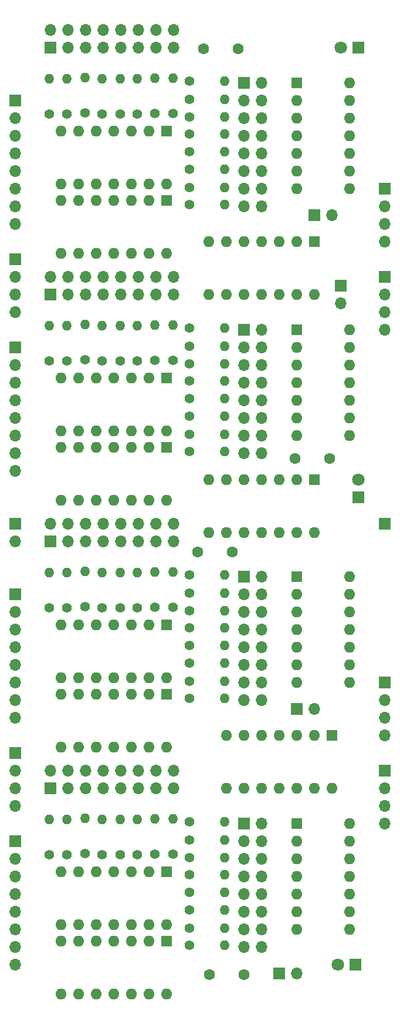
<source format=gbr>
%TF.GenerationSoftware,KiCad,Pcbnew,(6.0.11)*%
%TF.CreationDate,2023-02-25T23:46:13+01:00*%
%TF.ProjectId,mem-decoder,6d656d2d-6465-4636-9f64-65722e6b6963,rev?*%
%TF.SameCoordinates,Original*%
%TF.FileFunction,Soldermask,Bot*%
%TF.FilePolarity,Negative*%
%FSLAX46Y46*%
G04 Gerber Fmt 4.6, Leading zero omitted, Abs format (unit mm)*
G04 Created by KiCad (PCBNEW (6.0.11)) date 2023-02-25 23:46:13*
%MOMM*%
%LPD*%
G01*
G04 APERTURE LIST*
%ADD10R,1.700000X1.700000*%
%ADD11O,1.700000X1.700000*%
%ADD12C,1.600000*%
%ADD13R,1.800000X1.800000*%
%ADD14C,1.800000*%
%ADD15R,1.600000X1.600000*%
%ADD16O,1.600000X1.600000*%
%ADD17C,1.400000*%
%ADD18O,1.400000X1.400000*%
G04 APERTURE END LIST*
D10*
%TO.C,J4*%
X119380000Y-163830000D03*
D11*
X121920000Y-163830000D03*
%TD*%
D10*
%TO.C,J3*%
X121920000Y-125730000D03*
D11*
X124460000Y-125730000D03*
%TD*%
D10*
%TO.C,J2*%
X128270000Y-64770000D03*
D11*
X128270000Y-67310000D03*
%TD*%
D10*
%TO.C,J1*%
X124460000Y-54610000D03*
D11*
X127000000Y-54610000D03*
%TD*%
D12*
%TO.C,C4*%
X112609000Y-103124000D03*
X107609000Y-103124000D03*
%TD*%
%TO.C,C3*%
X121619000Y-89662000D03*
X126619000Y-89662000D03*
%TD*%
%TO.C,C2*%
X108458000Y-30607000D03*
X113458000Y-30607000D03*
%TD*%
%TO.C,C1*%
X109260000Y-163957000D03*
X114260000Y-163957000D03*
%TD*%
D13*
%TO.C,D3*%
X130810000Y-30480000D03*
D14*
X128270000Y-30480000D03*
%TD*%
D13*
%TO.C,D2*%
X130370000Y-162560000D03*
D14*
X127830000Y-162560000D03*
%TD*%
D13*
%TO.C,D1*%
X130810000Y-95250000D03*
D14*
X130810000Y-92710000D03*
%TD*%
D11*
%TO.C,J6*%
X81280000Y-101600000D03*
D10*
X81280000Y-99060000D03*
%TD*%
%TO.C,J5*%
X134620000Y-99060000D03*
%TD*%
%TO.C,J~{w}in1*%
X81280000Y-60960000D03*
D11*
X81280000Y-63500000D03*
X81280000Y-66040000D03*
X81280000Y-68580000D03*
%TD*%
D10*
%TO.C,J~{e}in1*%
X81280000Y-132080000D03*
D11*
X81280000Y-134620000D03*
X81280000Y-137160000D03*
X81280000Y-139700000D03*
%TD*%
D15*
%TO.C,U1*%
X124465000Y-92720000D03*
D16*
X121925000Y-92720000D03*
X119385000Y-92720000D03*
X116845000Y-92720000D03*
X114305000Y-92720000D03*
X111765000Y-92720000D03*
X109225000Y-92720000D03*
X109225000Y-100340000D03*
X111765000Y-100340000D03*
X114305000Y-100340000D03*
X116845000Y-100340000D03*
X119385000Y-100340000D03*
X121925000Y-100340000D03*
X124465000Y-100340000D03*
%TD*%
D15*
%TO.C,U3*%
X124460000Y-58420000D03*
D16*
X121920000Y-58420000D03*
X119380000Y-58420000D03*
X116840000Y-58420000D03*
X114300000Y-58420000D03*
X111760000Y-58420000D03*
X109220000Y-58420000D03*
X109220000Y-66040000D03*
X111760000Y-66040000D03*
X114300000Y-66040000D03*
X116840000Y-66040000D03*
X119380000Y-66040000D03*
X121920000Y-66040000D03*
X124460000Y-66040000D03*
%TD*%
D15*
%TO.C,U2*%
X127000000Y-129540000D03*
D16*
X124460000Y-129540000D03*
X121920000Y-129540000D03*
X119380000Y-129540000D03*
X116840000Y-129540000D03*
X114300000Y-129540000D03*
X111760000Y-129540000D03*
X111760000Y-137160000D03*
X114300000Y-137160000D03*
X116840000Y-137160000D03*
X119380000Y-137160000D03*
X121920000Y-137160000D03*
X124460000Y-137160000D03*
X127000000Y-137160000D03*
%TD*%
D10*
%TO.C,J~{w}out1*%
X134620000Y-50800000D03*
D11*
X134620000Y-53340000D03*
X134620000Y-55880000D03*
X134620000Y-58420000D03*
%TD*%
D10*
%TO.C,J~{w}in2*%
X134620000Y-63500000D03*
D11*
X134620000Y-66040000D03*
X134620000Y-68580000D03*
X134620000Y-71120000D03*
%TD*%
%TO.C,J~{e}out1*%
X134620000Y-129540000D03*
X134620000Y-127000000D03*
X134620000Y-124460000D03*
D10*
X134620000Y-121920000D03*
%TD*%
D11*
%TO.C,J~{e}in2*%
X134620000Y-142240000D03*
X134620000Y-139700000D03*
X134620000Y-137160000D03*
D10*
X134620000Y-134620000D03*
%TD*%
D15*
%TO.C,U15*%
X121920000Y-142240000D03*
D16*
X121920000Y-144780000D03*
X121920000Y-147320000D03*
X121920000Y-149860000D03*
X121920000Y-152400000D03*
X121920000Y-154940000D03*
X121920000Y-157480000D03*
X129540000Y-157480000D03*
X129540000Y-154940000D03*
X129540000Y-152400000D03*
X129540000Y-149860000D03*
X129540000Y-147320000D03*
X129540000Y-144780000D03*
X129540000Y-142240000D03*
%TD*%
D15*
%TO.C,U14*%
X103075000Y-159170000D03*
D16*
X100535000Y-159170000D03*
X97995000Y-159170000D03*
X95455000Y-159170000D03*
X92915000Y-159170000D03*
X90375000Y-159170000D03*
X87835000Y-159170000D03*
X87835000Y-166790000D03*
X90375000Y-166790000D03*
X92915000Y-166790000D03*
X95455000Y-166790000D03*
X97995000Y-166790000D03*
X100535000Y-166790000D03*
X103075000Y-166790000D03*
%TD*%
D15*
%TO.C,U13*%
X103100000Y-149170000D03*
D16*
X100560000Y-149170000D03*
X98020000Y-149170000D03*
X95480000Y-149170000D03*
X92940000Y-149170000D03*
X90400000Y-149170000D03*
X87860000Y-149170000D03*
X87860000Y-156790000D03*
X90400000Y-156790000D03*
X92940000Y-156790000D03*
X95480000Y-156790000D03*
X98020000Y-156790000D03*
X100560000Y-156790000D03*
X103100000Y-156790000D03*
%TD*%
%TO.C,U12*%
X129540000Y-106680000D03*
X129540000Y-109220000D03*
X129540000Y-111760000D03*
X129540000Y-114300000D03*
X129540000Y-116840000D03*
X129540000Y-119380000D03*
X129540000Y-121920000D03*
X121920000Y-121920000D03*
X121920000Y-119380000D03*
X121920000Y-116840000D03*
X121920000Y-114300000D03*
X121920000Y-111760000D03*
X121920000Y-109220000D03*
D15*
X121920000Y-106680000D03*
%TD*%
D16*
%TO.C,U11*%
X103075000Y-131230000D03*
X100535000Y-131230000D03*
X97995000Y-131230000D03*
X95455000Y-131230000D03*
X92915000Y-131230000D03*
X90375000Y-131230000D03*
X87835000Y-131230000D03*
X87835000Y-123610000D03*
X90375000Y-123610000D03*
X92915000Y-123610000D03*
X95455000Y-123610000D03*
X97995000Y-123610000D03*
X100535000Y-123610000D03*
D15*
X103075000Y-123610000D03*
%TD*%
D16*
%TO.C,U10*%
X103100000Y-121230000D03*
X100560000Y-121230000D03*
X98020000Y-121230000D03*
X95480000Y-121230000D03*
X92940000Y-121230000D03*
X90400000Y-121230000D03*
X87860000Y-121230000D03*
X87860000Y-113610000D03*
X90400000Y-113610000D03*
X92940000Y-113610000D03*
X95480000Y-113610000D03*
X98020000Y-113610000D03*
X100560000Y-113610000D03*
D15*
X103100000Y-113610000D03*
%TD*%
%TO.C,U9*%
X121920000Y-71120000D03*
D16*
X121920000Y-73660000D03*
X121920000Y-76200000D03*
X121920000Y-78740000D03*
X121920000Y-81280000D03*
X121920000Y-83820000D03*
X121920000Y-86360000D03*
X129540000Y-86360000D03*
X129540000Y-83820000D03*
X129540000Y-81280000D03*
X129540000Y-78740000D03*
X129540000Y-76200000D03*
X129540000Y-73660000D03*
X129540000Y-71120000D03*
%TD*%
D15*
%TO.C,U8*%
X103075000Y-88050000D03*
D16*
X100535000Y-88050000D03*
X97995000Y-88050000D03*
X95455000Y-88050000D03*
X92915000Y-88050000D03*
X90375000Y-88050000D03*
X87835000Y-88050000D03*
X87835000Y-95670000D03*
X90375000Y-95670000D03*
X92915000Y-95670000D03*
X95455000Y-95670000D03*
X97995000Y-95670000D03*
X100535000Y-95670000D03*
X103075000Y-95670000D03*
%TD*%
D15*
%TO.C,U7*%
X103100000Y-78050000D03*
D16*
X100560000Y-78050000D03*
X98020000Y-78050000D03*
X95480000Y-78050000D03*
X92940000Y-78050000D03*
X90400000Y-78050000D03*
X87860000Y-78050000D03*
X87860000Y-85670000D03*
X90400000Y-85670000D03*
X92940000Y-85670000D03*
X95480000Y-85670000D03*
X98020000Y-85670000D03*
X100560000Y-85670000D03*
X103100000Y-85670000D03*
%TD*%
D17*
%TO.C,R64*%
X86200000Y-146710000D03*
D18*
X86200000Y-141630000D03*
%TD*%
D17*
%TO.C,R63*%
X88700000Y-146710000D03*
D18*
X88700000Y-141630000D03*
%TD*%
D17*
%TO.C,R62*%
X106360000Y-159770000D03*
D18*
X111440000Y-159770000D03*
%TD*%
D17*
%TO.C,R61*%
X106360000Y-157270000D03*
D18*
X111440000Y-157270000D03*
%TD*%
D17*
%TO.C,R60*%
X106360000Y-154670000D03*
D18*
X111440000Y-154670000D03*
%TD*%
D17*
%TO.C,R59*%
X106360000Y-152170000D03*
D18*
X111440000Y-152170000D03*
%TD*%
D17*
%TO.C,R58*%
X106360000Y-149570000D03*
D18*
X111440000Y-149570000D03*
%TD*%
D17*
%TO.C,R57*%
X106360000Y-147170000D03*
D18*
X111440000Y-147170000D03*
%TD*%
D17*
%TO.C,R56*%
X106360000Y-144570000D03*
D18*
X111440000Y-144570000D03*
%TD*%
D17*
%TO.C,R55*%
X106360000Y-141970000D03*
D18*
X111440000Y-141970000D03*
%TD*%
D17*
%TO.C,R54*%
X91300000Y-146510000D03*
D18*
X91300000Y-141430000D03*
%TD*%
D17*
%TO.C,R53*%
X93800000Y-146710000D03*
D18*
X93800000Y-141630000D03*
%TD*%
D17*
%TO.C,R52*%
X96400000Y-146710000D03*
D18*
X96400000Y-141630000D03*
%TD*%
D17*
%TO.C,R51*%
X98900000Y-146710000D03*
D18*
X98900000Y-141630000D03*
%TD*%
D17*
%TO.C,R50*%
X101400000Y-146650000D03*
D18*
X101400000Y-141570000D03*
%TD*%
D17*
%TO.C,R49*%
X104000000Y-146650000D03*
D18*
X104000000Y-141570000D03*
%TD*%
%TO.C,R48*%
X86200000Y-106070000D03*
D17*
X86200000Y-111150000D03*
%TD*%
D18*
%TO.C,R47*%
X88700000Y-106070000D03*
D17*
X88700000Y-111150000D03*
%TD*%
D18*
%TO.C,R46*%
X111440000Y-124210000D03*
D17*
X106360000Y-124210000D03*
%TD*%
D18*
%TO.C,R45*%
X111440000Y-121710000D03*
D17*
X106360000Y-121710000D03*
%TD*%
D18*
%TO.C,R44*%
X111440000Y-119110000D03*
D17*
X106360000Y-119110000D03*
%TD*%
D18*
%TO.C,R43*%
X111440000Y-116610000D03*
D17*
X106360000Y-116610000D03*
%TD*%
D18*
%TO.C,R42*%
X111440000Y-114010000D03*
D17*
X106360000Y-114010000D03*
%TD*%
D18*
%TO.C,R41*%
X111440000Y-111610000D03*
D17*
X106360000Y-111610000D03*
%TD*%
D18*
%TO.C,R40*%
X111440000Y-109010000D03*
D17*
X106360000Y-109010000D03*
%TD*%
D18*
%TO.C,R39*%
X111440000Y-106410000D03*
D17*
X106360000Y-106410000D03*
%TD*%
D18*
%TO.C,R38*%
X91300000Y-105870000D03*
D17*
X91300000Y-110950000D03*
%TD*%
D18*
%TO.C,R37*%
X93800000Y-106070000D03*
D17*
X93800000Y-111150000D03*
%TD*%
D18*
%TO.C,R36*%
X96400000Y-106070000D03*
D17*
X96400000Y-111150000D03*
%TD*%
D18*
%TO.C,R35*%
X98900000Y-106070000D03*
D17*
X98900000Y-111150000D03*
%TD*%
D18*
%TO.C,R34*%
X101400000Y-106010000D03*
D17*
X101400000Y-111090000D03*
%TD*%
D18*
%TO.C,R33*%
X104000000Y-106010000D03*
D17*
X104000000Y-111090000D03*
%TD*%
%TO.C,R32*%
X86200000Y-75590000D03*
D18*
X86200000Y-70510000D03*
%TD*%
D17*
%TO.C,R31*%
X88700000Y-75590000D03*
D18*
X88700000Y-70510000D03*
%TD*%
D17*
%TO.C,R30*%
X106360000Y-88650000D03*
D18*
X111440000Y-88650000D03*
%TD*%
D17*
%TO.C,R29*%
X106360000Y-86150000D03*
D18*
X111440000Y-86150000D03*
%TD*%
D17*
%TO.C,R28*%
X106360000Y-83550000D03*
D18*
X111440000Y-83550000D03*
%TD*%
D17*
%TO.C,R27*%
X106360000Y-81050000D03*
D18*
X111440000Y-81050000D03*
%TD*%
D17*
%TO.C,R26*%
X106360000Y-78450000D03*
D18*
X111440000Y-78450000D03*
%TD*%
D17*
%TO.C,R25*%
X106360000Y-76050000D03*
D18*
X111440000Y-76050000D03*
%TD*%
D17*
%TO.C,R24*%
X106360000Y-73450000D03*
D18*
X111440000Y-73450000D03*
%TD*%
D17*
%TO.C,R23*%
X106360000Y-70850000D03*
D18*
X111440000Y-70850000D03*
%TD*%
D17*
%TO.C,R22*%
X91300000Y-75390000D03*
D18*
X91300000Y-70310000D03*
%TD*%
D17*
%TO.C,R21*%
X93800000Y-75590000D03*
D18*
X93800000Y-70510000D03*
%TD*%
D17*
%TO.C,R20*%
X96400000Y-75590000D03*
D18*
X96400000Y-70510000D03*
%TD*%
D17*
%TO.C,R19*%
X98900000Y-75590000D03*
D18*
X98900000Y-70510000D03*
%TD*%
D17*
%TO.C,R18*%
X101400000Y-75530000D03*
D18*
X101400000Y-70450000D03*
%TD*%
D17*
%TO.C,R17*%
X104000000Y-75530000D03*
D18*
X104000000Y-70450000D03*
%TD*%
D10*
%TO.C,Jmsk4*%
X114300000Y-142240000D03*
D11*
X116840000Y-142240000D03*
X114300000Y-144780000D03*
X116840000Y-144780000D03*
X114300000Y-147320000D03*
X116840000Y-147320000D03*
X114300000Y-149860000D03*
X116840000Y-149860000D03*
X114300000Y-152400000D03*
X116840000Y-152400000D03*
X114300000Y-154940000D03*
X116840000Y-154940000D03*
X114300000Y-157480000D03*
X116840000Y-157480000D03*
X114300000Y-160020000D03*
X116840000Y-160020000D03*
%TD*%
%TO.C,Jmsk3*%
X116840000Y-124460000D03*
X114300000Y-124460000D03*
X116840000Y-121920000D03*
X114300000Y-121920000D03*
X116840000Y-119380000D03*
X114300000Y-119380000D03*
X116840000Y-116840000D03*
X114300000Y-116840000D03*
X116840000Y-114300000D03*
X114300000Y-114300000D03*
X116840000Y-111760000D03*
X114300000Y-111760000D03*
X116840000Y-109220000D03*
X114300000Y-109220000D03*
X116840000Y-106680000D03*
D10*
X114300000Y-106680000D03*
%TD*%
%TO.C,Jmsk2*%
X114300000Y-71120000D03*
D11*
X116840000Y-71120000D03*
X114300000Y-73660000D03*
X116840000Y-73660000D03*
X114300000Y-76200000D03*
X116840000Y-76200000D03*
X114300000Y-78740000D03*
X116840000Y-78740000D03*
X114300000Y-81280000D03*
X116840000Y-81280000D03*
X114300000Y-83820000D03*
X116840000Y-83820000D03*
X114300000Y-86360000D03*
X116840000Y-86360000D03*
X114300000Y-88900000D03*
X116840000Y-88900000D03*
%TD*%
D10*
%TO.C,Jbase4*%
X86360000Y-137160000D03*
D11*
X86360000Y-134620000D03*
X88900000Y-137160000D03*
X88900000Y-134620000D03*
X91440000Y-137160000D03*
X91440000Y-134620000D03*
X93980000Y-137160000D03*
X93980000Y-134620000D03*
X96520000Y-137160000D03*
X96520000Y-134620000D03*
X99060000Y-137160000D03*
X99060000Y-134620000D03*
X101600000Y-137160000D03*
X101600000Y-134620000D03*
X104140000Y-137160000D03*
X104140000Y-134620000D03*
%TD*%
%TO.C,Jbase3*%
X104140000Y-99060000D03*
X104140000Y-101600000D03*
X101600000Y-99060000D03*
X101600000Y-101600000D03*
X99060000Y-99060000D03*
X99060000Y-101600000D03*
X96520000Y-99060000D03*
X96520000Y-101600000D03*
X93980000Y-99060000D03*
X93980000Y-101600000D03*
X91440000Y-99060000D03*
X91440000Y-101600000D03*
X88900000Y-99060000D03*
X88900000Y-101600000D03*
X86360000Y-99060000D03*
D10*
X86360000Y-101600000D03*
%TD*%
%TO.C,Jbase2*%
X86360000Y-66040000D03*
D11*
X86360000Y-63500000D03*
X88900000Y-66040000D03*
X88900000Y-63500000D03*
X91440000Y-66040000D03*
X91440000Y-63500000D03*
X93980000Y-66040000D03*
X93980000Y-63500000D03*
X96520000Y-66040000D03*
X96520000Y-63500000D03*
X99060000Y-66040000D03*
X99060000Y-63500000D03*
X101600000Y-66040000D03*
X101600000Y-63500000D03*
X104140000Y-66040000D03*
X104140000Y-63500000D03*
%TD*%
D10*
%TO.C,J10*%
X81280000Y-144780000D03*
D11*
X81280000Y-147320000D03*
X81280000Y-149860000D03*
X81280000Y-152400000D03*
X81280000Y-154940000D03*
X81280000Y-157480000D03*
X81280000Y-160020000D03*
X81280000Y-162560000D03*
%TD*%
%TO.C,J9*%
X81280000Y-127000000D03*
X81280000Y-124460000D03*
X81280000Y-121920000D03*
X81280000Y-119380000D03*
X81280000Y-116840000D03*
X81280000Y-114300000D03*
X81280000Y-111760000D03*
D10*
X81280000Y-109220000D03*
%TD*%
%TO.C,J8*%
X81280000Y-73660000D03*
D11*
X81280000Y-76200000D03*
X81280000Y-78740000D03*
X81280000Y-81280000D03*
X81280000Y-83820000D03*
X81280000Y-86360000D03*
X81280000Y-88900000D03*
X81280000Y-91440000D03*
%TD*%
D10*
%TO.C,J7*%
X81280000Y-38100000D03*
D11*
X81280000Y-40640000D03*
X81280000Y-43180000D03*
X81280000Y-45720000D03*
X81280000Y-48260000D03*
X81280000Y-50800000D03*
X81280000Y-53340000D03*
X81280000Y-55880000D03*
%TD*%
D15*
%TO.C,U6*%
X121920000Y-35560000D03*
D16*
X121920000Y-38100000D03*
X121920000Y-40640000D03*
X121920000Y-43180000D03*
X121920000Y-45720000D03*
X121920000Y-48260000D03*
X121920000Y-50800000D03*
X129540000Y-50800000D03*
X129540000Y-48260000D03*
X129540000Y-45720000D03*
X129540000Y-43180000D03*
X129540000Y-40640000D03*
X129540000Y-38100000D03*
X129540000Y-35560000D03*
%TD*%
D15*
%TO.C,U5*%
X103075000Y-52490000D03*
D16*
X100535000Y-52490000D03*
X97995000Y-52490000D03*
X95455000Y-52490000D03*
X92915000Y-52490000D03*
X90375000Y-52490000D03*
X87835000Y-52490000D03*
X87835000Y-60110000D03*
X90375000Y-60110000D03*
X92915000Y-60110000D03*
X95455000Y-60110000D03*
X97995000Y-60110000D03*
X100535000Y-60110000D03*
X103075000Y-60110000D03*
%TD*%
%TO.C,U4*%
X103100000Y-50110000D03*
X100560000Y-50110000D03*
X98020000Y-50110000D03*
X95480000Y-50110000D03*
X92940000Y-50110000D03*
X90400000Y-50110000D03*
X87860000Y-50110000D03*
X87860000Y-42490000D03*
X90400000Y-42490000D03*
X92940000Y-42490000D03*
X95480000Y-42490000D03*
X98020000Y-42490000D03*
X100560000Y-42490000D03*
D15*
X103100000Y-42490000D03*
%TD*%
D17*
%TO.C,R16*%
X86200000Y-40030000D03*
D18*
X86200000Y-34950000D03*
%TD*%
D17*
%TO.C,R15*%
X88700000Y-40030000D03*
D18*
X88700000Y-34950000D03*
%TD*%
D17*
%TO.C,R14*%
X106360000Y-53090000D03*
D18*
X111440000Y-53090000D03*
%TD*%
D17*
%TO.C,R13*%
X106360000Y-50590000D03*
D18*
X111440000Y-50590000D03*
%TD*%
D17*
%TO.C,R12*%
X106360000Y-47990000D03*
D18*
X111440000Y-47990000D03*
%TD*%
D17*
%TO.C,R11*%
X106360000Y-45490000D03*
D18*
X111440000Y-45490000D03*
%TD*%
D17*
%TO.C,R10*%
X106360000Y-42890000D03*
D18*
X111440000Y-42890000D03*
%TD*%
D17*
%TO.C,R9*%
X106360000Y-40490000D03*
D18*
X111440000Y-40490000D03*
%TD*%
D17*
%TO.C,R8*%
X106360000Y-37890000D03*
D18*
X111440000Y-37890000D03*
%TD*%
D17*
%TO.C,R7*%
X106360000Y-35290000D03*
D18*
X111440000Y-35290000D03*
%TD*%
D17*
%TO.C,R6*%
X91300000Y-39830000D03*
D18*
X91300000Y-34750000D03*
%TD*%
D17*
%TO.C,R5*%
X93800000Y-40030000D03*
D18*
X93800000Y-34950000D03*
%TD*%
D17*
%TO.C,R4*%
X96400000Y-40030000D03*
D18*
X96400000Y-34950000D03*
%TD*%
D17*
%TO.C,R3*%
X98900000Y-40030000D03*
D18*
X98900000Y-34950000D03*
%TD*%
D17*
%TO.C,R2*%
X101400000Y-39970000D03*
D18*
X101400000Y-34890000D03*
%TD*%
D17*
%TO.C,R1*%
X104000000Y-39970000D03*
D18*
X104000000Y-34890000D03*
%TD*%
D10*
%TO.C,Jmsk1*%
X114300000Y-35560000D03*
D11*
X116840000Y-35560000D03*
X114300000Y-38100000D03*
X116840000Y-38100000D03*
X114300000Y-40640000D03*
X116840000Y-40640000D03*
X114300000Y-43180000D03*
X116840000Y-43180000D03*
X114300000Y-45720000D03*
X116840000Y-45720000D03*
X114300000Y-48260000D03*
X116840000Y-48260000D03*
X114300000Y-50800000D03*
X116840000Y-50800000D03*
X114300000Y-53340000D03*
X116840000Y-53340000D03*
%TD*%
D10*
%TO.C,Jbase1*%
X86360000Y-30480000D03*
D11*
X86360000Y-27940000D03*
X88900000Y-30480000D03*
X88900000Y-27940000D03*
X91440000Y-30480000D03*
X91440000Y-27940000D03*
X93980000Y-30480000D03*
X93980000Y-27940000D03*
X96520000Y-30480000D03*
X96520000Y-27940000D03*
X99060000Y-30480000D03*
X99060000Y-27940000D03*
X101600000Y-30480000D03*
X101600000Y-27940000D03*
X104140000Y-30480000D03*
X104140000Y-27940000D03*
%TD*%
M02*

</source>
